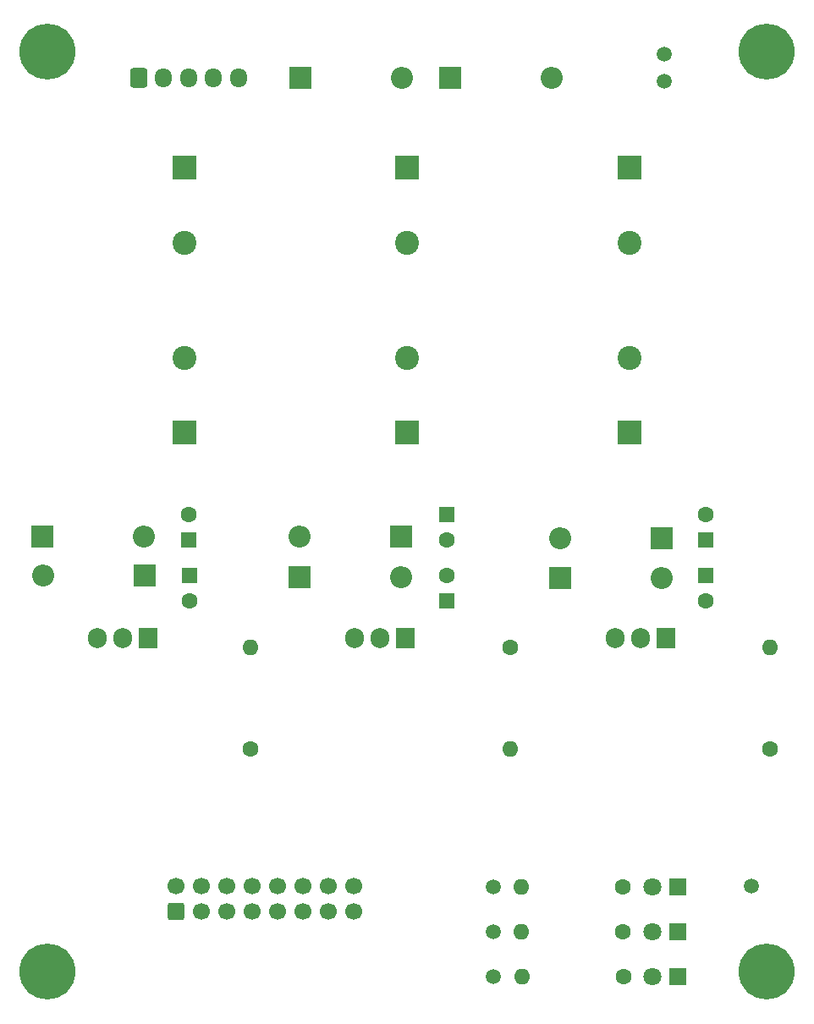
<source format=gbr>
%TF.GenerationSoftware,KiCad,Pcbnew,8.0.3*%
%TF.CreationDate,2024-07-21T20:57:09-04:00*%
%TF.ProjectId,mfos-wall-wart-eurorack-psu,6d666f73-2d77-4616-9c6c-2d776172742d,1.0.0*%
%TF.SameCoordinates,Original*%
%TF.FileFunction,Soldermask,Top*%
%TF.FilePolarity,Negative*%
%FSLAX46Y46*%
G04 Gerber Fmt 4.6, Leading zero omitted, Abs format (unit mm)*
G04 Created by KiCad (PCBNEW 8.0.3) date 2024-07-21 20:57:09*
%MOMM*%
%LPD*%
G01*
G04 APERTURE LIST*
G04 Aperture macros list*
%AMRoundRect*
0 Rectangle with rounded corners*
0 $1 Rounding radius*
0 $2 $3 $4 $5 $6 $7 $8 $9 X,Y pos of 4 corners*
0 Add a 4 corners polygon primitive as box body*
4,1,4,$2,$3,$4,$5,$6,$7,$8,$9,$2,$3,0*
0 Add four circle primitives for the rounded corners*
1,1,$1+$1,$2,$3*
1,1,$1+$1,$4,$5*
1,1,$1+$1,$6,$7*
1,1,$1+$1,$8,$9*
0 Add four rect primitives between the rounded corners*
20,1,$1+$1,$2,$3,$4,$5,0*
20,1,$1+$1,$4,$5,$6,$7,0*
20,1,$1+$1,$6,$7,$8,$9,0*
20,1,$1+$1,$8,$9,$2,$3,0*%
G04 Aperture macros list end*
%ADD10C,1.500000*%
%ADD11R,2.400000X2.400000*%
%ADD12C,2.400000*%
%ADD13C,1.600000*%
%ADD14O,1.600000X1.600000*%
%ADD15R,2.200000X2.200000*%
%ADD16O,2.200000X2.200000*%
%ADD17R,1.600000X1.600000*%
%ADD18R,1.800000X1.800000*%
%ADD19C,1.800000*%
%ADD20R,1.905000X2.000000*%
%ADD21O,1.905000X2.000000*%
%ADD22C,5.600000*%
%ADD23RoundRect,0.250000X-0.600000X-0.725000X0.600000X-0.725000X0.600000X0.725000X-0.600000X0.725000X0*%
%ADD24O,1.700000X1.950000*%
%ADD25RoundRect,0.250000X0.600000X-0.600000X0.600000X0.600000X-0.600000X0.600000X-0.600000X-0.600000X0*%
%ADD26C,1.700000*%
G04 APERTURE END LIST*
D10*
%TO.C,TP2*%
X169657600Y-55452000D03*
%TD*%
%TO.C,TP1*%
X169657600Y-52752000D03*
%TD*%
D11*
%TO.C,C4*%
X143957600Y-64152000D03*
D12*
X143957600Y-71652000D03*
%TD*%
D13*
%TO.C,R1*%
X180250000Y-122252000D03*
D14*
X180250000Y-112092000D03*
%TD*%
D15*
%TO.C,D8*%
X117710000Y-104952000D03*
D16*
X107550000Y-104952000D03*
%TD*%
D17*
%TO.C,C9*%
X147890000Y-98849400D03*
D13*
X147890000Y-101349400D03*
%TD*%
D15*
%TO.C,D5*%
X143370000Y-101054500D03*
D16*
X133210000Y-101054500D03*
%TD*%
D18*
%TO.C,D9*%
X171057600Y-145052000D03*
D19*
X168517600Y-145052000D03*
%TD*%
D11*
%TO.C,C3*%
X143957600Y-90629800D03*
D12*
X143957600Y-83129800D03*
%TD*%
D13*
%TO.C,R6*%
X165612600Y-145052000D03*
D14*
X155452600Y-145052000D03*
%TD*%
D20*
%TO.C,U1*%
X169814300Y-111177800D03*
D21*
X167274300Y-111177800D03*
X164734300Y-111177800D03*
%TD*%
D11*
%TO.C,C2*%
X166207600Y-64152000D03*
D12*
X166207600Y-71652000D03*
%TD*%
D11*
%TO.C,C5*%
X166207600Y-90629800D03*
D12*
X166207600Y-83129800D03*
%TD*%
D15*
%TO.C,D4*%
X159260000Y-105152000D03*
D16*
X169420000Y-105152000D03*
%TD*%
D18*
%TO.C,D10*%
X171057600Y-140552000D03*
D19*
X168517600Y-140552000D03*
%TD*%
D17*
%TO.C,C7*%
X173840000Y-101357100D03*
D13*
X173840000Y-98857100D03*
%TD*%
%TO.C,R2*%
X154250000Y-112092000D03*
D14*
X154250000Y-122252000D03*
%TD*%
D22*
%TO.C,M2*%
X179957600Y-52552000D03*
%TD*%
D13*
%TO.C,R4*%
X165532600Y-136052000D03*
D14*
X155372600Y-136052000D03*
%TD*%
D17*
%TO.C,C12*%
X122190000Y-104946900D03*
D13*
X122190000Y-107446900D03*
%TD*%
D17*
%TO.C,C11*%
X122090000Y-101357100D03*
D13*
X122090000Y-98857100D03*
%TD*%
D17*
%TO.C,C8*%
X173840000Y-104946900D03*
D13*
X173840000Y-107446900D03*
%TD*%
D22*
%TO.C,M1*%
X107957600Y-52552000D03*
%TD*%
D23*
%TO.C,J1*%
X117087600Y-55157900D03*
D24*
X119587600Y-55157900D03*
X122087600Y-55157900D03*
X124587600Y-55157900D03*
X127087600Y-55157900D03*
%TD*%
D10*
%TO.C,TP6*%
X178440100Y-136012500D03*
%TD*%
D18*
%TO.C,D11*%
X171057600Y-136052000D03*
D19*
X168517600Y-136052000D03*
%TD*%
D22*
%TO.C,M4*%
X107957600Y-144552000D03*
%TD*%
D13*
%TO.C,R5*%
X165532600Y-140552000D03*
D14*
X155372600Y-140552000D03*
%TD*%
D15*
%TO.C,D7*%
X107410000Y-101052000D03*
D16*
X117570000Y-101052000D03*
%TD*%
D15*
%TO.C,D1*%
X148250000Y-55152000D03*
D16*
X158410000Y-55152000D03*
%TD*%
D11*
%TO.C,C6*%
X121707600Y-64152000D03*
D12*
X121707600Y-71652000D03*
%TD*%
D15*
%TO.C,D3*%
X169420000Y-101152000D03*
D16*
X159260000Y-101152000D03*
%TD*%
D20*
%TO.C,U3*%
X118040000Y-111177800D03*
D21*
X115500000Y-111177800D03*
X112960000Y-111177800D03*
%TD*%
D15*
%TO.C,D6*%
X133210000Y-105054500D03*
D16*
X143370000Y-105054500D03*
%TD*%
D15*
%TO.C,D2*%
X133250000Y-55152000D03*
D16*
X143410000Y-55152000D03*
%TD*%
D22*
%TO.C,M3*%
X179957600Y-144552000D03*
%TD*%
D10*
%TO.C,TP5*%
X152612600Y-145052000D03*
%TD*%
D11*
%TO.C,C1*%
X121707600Y-90629800D03*
D12*
X121707600Y-83129800D03*
%TD*%
D20*
%TO.C,U2*%
X143790000Y-111177800D03*
D21*
X141250000Y-111177800D03*
X138710000Y-111177800D03*
%TD*%
D10*
%TO.C,TP3*%
X152612600Y-136052000D03*
%TD*%
D25*
%TO.C,J2*%
X120836400Y-138554500D03*
D26*
X120836400Y-136014500D03*
X123376400Y-138554500D03*
X123376400Y-136014500D03*
X125916400Y-138554500D03*
X125916400Y-136014500D03*
X128456400Y-138554500D03*
X128456400Y-136014500D03*
X130996400Y-138554500D03*
X130996400Y-136014500D03*
X133536400Y-138554500D03*
X133536400Y-136014500D03*
X136076400Y-138554500D03*
X136076400Y-136014500D03*
X138616400Y-138554500D03*
X138616400Y-136014500D03*
%TD*%
D17*
%TO.C,C10*%
X147890000Y-107454500D03*
D13*
X147890000Y-104954500D03*
%TD*%
%TO.C,R3*%
X128250000Y-122252000D03*
D14*
X128250000Y-112092000D03*
%TD*%
D10*
%TO.C,TP4*%
X152612600Y-140552000D03*
%TD*%
M02*

</source>
